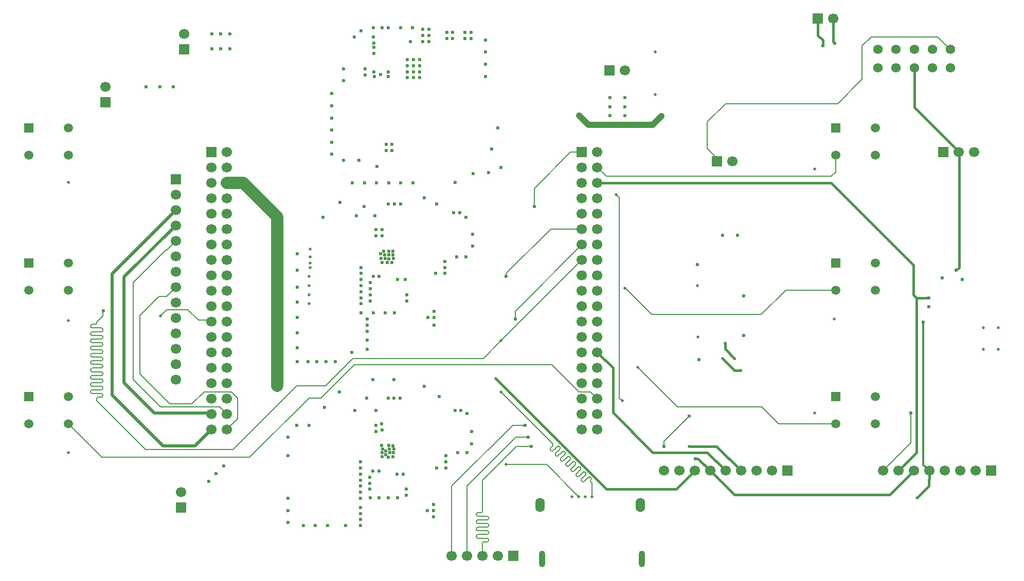
<source format=gbr>
%TF.GenerationSoftware,KiCad,Pcbnew,9.0.7*%
%TF.CreationDate,2026-02-03T11:04:19-04:00*%
%TF.ProjectId,power regulation,706f7765-7220-4726-9567-756c6174696f,1*%
%TF.SameCoordinates,Original*%
%TF.FileFunction,Copper,L4,Bot*%
%TF.FilePolarity,Positive*%
%FSLAX46Y46*%
G04 Gerber Fmt 4.6, Leading zero omitted, Abs format (unit mm)*
G04 Created by KiCad (PCBNEW 9.0.7) date 2026-02-03 11:04:19*
%MOMM*%
%LPD*%
G01*
G04 APERTURE LIST*
%TA.AperFunction,ComponentPad*%
%ADD10R,1.700000X1.700000*%
%TD*%
%TA.AperFunction,ComponentPad*%
%ADD11C,1.700000*%
%TD*%
%TA.AperFunction,ComponentPad*%
%ADD12R,1.508000X1.508000*%
%TD*%
%TA.AperFunction,ComponentPad*%
%ADD13C,1.508000*%
%TD*%
%TA.AperFunction,ComponentPad*%
%ADD14O,1.550000X2.350000*%
%TD*%
%TA.AperFunction,ComponentPad*%
%ADD15O,1.050000X2.700000*%
%TD*%
%TA.AperFunction,ComponentPad*%
%ADD16C,1.574800*%
%TD*%
%TA.AperFunction,ViaPad*%
%ADD17C,0.600000*%
%TD*%
%TA.AperFunction,ViaPad*%
%ADD18C,0.500000*%
%TD*%
%TA.AperFunction,Conductor*%
%ADD19C,0.400000*%
%TD*%
%TA.AperFunction,Conductor*%
%ADD20C,0.200000*%
%TD*%
%TA.AperFunction,Conductor*%
%ADD21C,0.300000*%
%TD*%
%TA.AperFunction,Conductor*%
%ADD22C,1.000000*%
%TD*%
%TA.AperFunction,Conductor*%
%ADD23C,2.000000*%
%TD*%
%TA.AperFunction,Conductor*%
%ADD24C,0.500000*%
%TD*%
G04 APERTURE END LIST*
D10*
%TO.P,STM_CN10,1*%
%TO.N,WAKE*%
X163862500Y-68500000D03*
D11*
%TO.P,STM_CN10,2*%
%TO.N,SD_CS*%
X166402500Y-68500000D03*
%TO.P,STM_CN10,3*%
%TO.N,N/C*%
X163862500Y-71040000D03*
%TO.P,STM_CN10,4*%
%TO.N,B4*%
X166402500Y-71040000D03*
%TO.P,STM_CN10,5*%
%TO.N,N/C*%
X163862500Y-73580000D03*
%TO.P,STM_CN10,6*%
%TO.N,RTD_CS*%
X166402500Y-73580000D03*
%TO.P,STM_CN10,7*%
%TO.N,N/C*%
X163862500Y-76120000D03*
%TO.P,STM_CN10,8*%
X166402500Y-76120000D03*
%TO.P,STM_CN10,9*%
%TO.N,GND*%
X163862500Y-78660000D03*
%TO.P,STM_CN10,10*%
%TO.N,N/C*%
X166402500Y-78660000D03*
%TO.P,STM_CN10,11*%
%TO.N,DISPL_SCK*%
X163862500Y-81200000D03*
%TO.P,STM_CN10,12*%
%TO.N,N/C*%
X166402500Y-81200000D03*
%TO.P,STM_CN10,13*%
%TO.N,TOUCH_MISO*%
X163862500Y-83740000D03*
%TO.P,STM_CN10,14*%
%TO.N,N/C*%
X166402500Y-83740000D03*
%TO.P,STM_CN10,15*%
%TO.N,DISPL_MOSI*%
X163862500Y-86280000D03*
%TO.P,STM_CN10,16*%
%TO.N,B5*%
X166402500Y-86280000D03*
%TO.P,STM_CN10,17*%
%TO.N,N/C*%
X163862500Y-88820000D03*
%TO.P,STM_CN10,18*%
X166402500Y-88820000D03*
%TO.P,STM_CN10,19*%
%TO.N,EXCIT2*%
X163862500Y-91360000D03*
%TO.P,STM_CN10,20*%
%TO.N,GND*%
X166402500Y-91360000D03*
%TO.P,STM_CN10,21*%
%TO.N,TX*%
X163862500Y-93900000D03*
%TO.P,STM_CN10,22*%
%TO.N,EXCIT1*%
X166402500Y-93900000D03*
%TO.P,STM_CN10,23*%
%TO.N,B6*%
X163862500Y-96440000D03*
%TO.P,STM_CN10,24*%
%TO.N,N/C*%
X166402500Y-96440000D03*
%TO.P,STM_CN10,25*%
X163862500Y-98980000D03*
%TO.P,STM_CN10,26*%
%TO.N,MAX_SDI*%
X166402500Y-98980000D03*
%TO.P,STM_CN10,27*%
%TO.N,N/C*%
X163862500Y-101520000D03*
%TO.P,STM_CN10,28*%
%TO.N,MAX_SDO*%
X166402500Y-101520000D03*
%TO.P,STM_CN10,29*%
%TO.N,N/C*%
X163862500Y-104060000D03*
%TO.P,STM_CN10,30*%
%TO.N,MAX_SCK*%
X166402500Y-104060000D03*
%TO.P,STM_CN10,31*%
%TO.N,N/C*%
X163862500Y-106600000D03*
%TO.P,STM_CN10,32*%
X166402500Y-106600000D03*
%TO.P,STM_CN10,33*%
%TO.N,RX*%
X163862500Y-109140000D03*
%TO.P,STM_CN10,34*%
%TO.N,B3*%
X166402500Y-109140000D03*
%TO.P,STM_CN10,35*%
%TO.N,N/C*%
X163862500Y-111680000D03*
%TO.P,STM_CN10,36*%
X166402500Y-111680000D03*
%TO.P,STM_CN10,37*%
X163862500Y-114220000D03*
%TO.P,STM_CN10,38*%
X166402500Y-114220000D03*
%TD*%
D10*
%TO.P,J1,1,Pin_1*%
%TO.N,/8V*%
X168412500Y-55000000D03*
D11*
%TO.P,J1,2,Pin_2*%
%TO.N,GND*%
X170952500Y-55000000D03*
%TD*%
D10*
%TO.P,+ Ref_Res -,1*%
%TO.N,HeaterPre*%
X202725000Y-46500000D03*
D11*
%TO.P,+ Ref_Res -,2*%
%TO.N,Heater+*%
X205265000Y-46500000D03*
%TD*%
D12*
%TO.P,PB-5,1*%
%TO.N,GND*%
X205662500Y-86750000D03*
D13*
%TO.P,PB-5,2*%
%TO.N,N/C*%
X212162500Y-86750000D03*
%TO.P,PB-5,3*%
%TO.N,B5*%
X205662500Y-91250000D03*
%TO.P,PB-5,4*%
%TO.N,N/C*%
X212162500Y-91250000D03*
%TD*%
D10*
%TO.P,RTD,1*%
%TO.N,RTD-*%
X223332500Y-68500000D03*
D11*
%TO.P,RTD,2*%
%TO.N,RTDSens*%
X225872500Y-68500000D03*
%TO.P,RTD,3*%
%TO.N,RTD+*%
X228412500Y-68500000D03*
%TD*%
D12*
%TO.P,PB-4,1*%
%TO.N,GND*%
X205662500Y-64500000D03*
D13*
%TO.P,PB-4,2*%
%TO.N,N/C*%
X212162500Y-64500000D03*
%TO.P,PB-4,3*%
%TO.N,B4*%
X205662500Y-69000000D03*
%TO.P,PB-4,4*%
%TO.N,N/C*%
X212162500Y-69000000D03*
%TD*%
D10*
%TO.P,MAX31856,1*%
%TO.N,/3.3V*%
X197660000Y-121000000D03*
D11*
%TO.P,MAX31856,2*%
%TO.N,N/C*%
X195120000Y-121000000D03*
%TO.P,MAX31856,3*%
%TO.N,GND*%
X192580000Y-121000000D03*
%TO.P,MAX31856,4*%
%TO.N,MAX_SCK*%
X190040000Y-121000000D03*
%TO.P,MAX31856,5*%
%TO.N,MAX_SDO*%
X187500000Y-121000000D03*
%TO.P,MAX31856,6*%
%TO.N,MAX_SDI*%
X184960000Y-121000000D03*
%TO.P,MAX31856,7*%
%TO.N,Therm_CS*%
X182420000Y-121000000D03*
%TO.P,MAX31856,8*%
%TO.N,N/C*%
X179880000Y-121000000D03*
%TO.P,MAX31856,9*%
%TO.N,thermDRDY*%
X177340000Y-121000000D03*
%TD*%
D12*
%TO.P,PB-6,1*%
%TO.N,GND*%
X205662500Y-108750000D03*
D13*
%TO.P,PB-6,2*%
%TO.N,N/C*%
X212162500Y-108750000D03*
%TO.P,PB-6,3*%
%TO.N,B6*%
X205662500Y-113250000D03*
%TO.P,PB-6,4*%
%TO.N,N/C*%
X212162500Y-113250000D03*
%TD*%
D14*
%TO.P,SD_Reader,G1*%
%TO.N,GND*%
X157000000Y-126650000D03*
%TO.P,SD_Reader,G2*%
X173450000Y-126650000D03*
D15*
%TO.P,SD_Reader,G3*%
X157300000Y-135550000D03*
%TO.P,SD_Reader,G4*%
X173700000Y-135550000D03*
%TD*%
D12*
%TO.P,PB-3,1*%
%TO.N,N/C*%
X72837500Y-108750000D03*
D13*
%TO.P,PB-3,2*%
%TO.N,GND*%
X79337500Y-108750000D03*
%TO.P,PB-3,3*%
%TO.N,N/C*%
X72837500Y-113250000D03*
%TO.P,PB-3,4*%
%TO.N,B3*%
X79337500Y-113250000D03*
%TD*%
D10*
%TO.P,J3,1,Pin_1*%
%TO.N,/3.3V*%
X85385000Y-60275000D03*
D11*
%TO.P,J3,2,Pin_2*%
%TO.N,GND*%
X85385000Y-57735000D03*
%TD*%
D10*
%TO.P,TFT_DISPLAY_Pinout,1*%
%TO.N,/3.3V*%
X97000000Y-72960000D03*
D11*
%TO.P,TFT_DISPLAY_Pinout,2*%
%TO.N,GND*%
X97000000Y-75500000D03*
%TO.P,TFT_DISPLAY_Pinout,3*%
%TO.N,DISPL_CS*%
X97000000Y-78040000D03*
%TO.P,TFT_DISPLAY_Pinout,4*%
%TO.N,DISPL_RST*%
X97000000Y-80580000D03*
%TO.P,TFT_DISPLAY_Pinout,5*%
%TO.N,DISPL_DC*%
X97000000Y-83120000D03*
%TO.P,TFT_DISPLAY_Pinout,6*%
%TO.N,DISPL_MOSI*%
X97000000Y-85660000D03*
%TO.P,TFT_DISPLAY_Pinout,7*%
%TO.N,DISPL_SCK*%
X97000000Y-88200000D03*
%TO.P,TFT_DISPLAY_Pinout,8*%
%TO.N,DISPL_LED*%
X97000000Y-90740000D03*
%TO.P,TFT_DISPLAY_Pinout,9*%
%TO.N,N/C*%
X97000000Y-93280000D03*
%TO.P,TFT_DISPLAY_Pinout,10*%
%TO.N,DISPL_SCK*%
X97000000Y-95820000D03*
%TO.P,TFT_DISPLAY_Pinout,11*%
%TO.N,N/C*%
X97000000Y-98360000D03*
%TO.P,TFT_DISPLAY_Pinout,12*%
X97000000Y-100900000D03*
%TO.P,TFT_DISPLAY_Pinout,13*%
%TO.N,TOUCH_MISO*%
X97000000Y-103440000D03*
%TO.P,TFT_DISPLAY_Pinout,14*%
%TO.N,N/C*%
X97000000Y-105980000D03*
%TD*%
D10*
%TO.P,MAX31865,1*%
%TO.N,/3.3V*%
X231200000Y-121000000D03*
D11*
%TO.P,MAX31865,2*%
%TO.N,GND*%
X228660000Y-121000000D03*
%TO.P,MAX31865,3*%
%TO.N,N/C*%
X226120000Y-121000000D03*
%TO.P,MAX31865,4*%
%TO.N,MAX_SCK*%
X223580000Y-121000000D03*
%TO.P,MAX31865,5*%
%TO.N,MAX_SDO*%
X221040000Y-121000000D03*
%TO.P,MAX31865,6*%
%TO.N,MAX_SDI*%
X218500000Y-121000000D03*
%TO.P,MAX31865,7*%
%TO.N,RTD_CS*%
X215960000Y-121000000D03*
%TO.P,MAX31865,8*%
%TO.N,RTDDRDY*%
X213420000Y-121000000D03*
%TD*%
D10*
%TO.P,J2,1,Pin_1*%
%TO.N,/5V*%
X97912500Y-127040000D03*
D11*
%TO.P,J2,2,Pin_2*%
%TO.N,GND*%
X97912500Y-124500000D03*
%TD*%
D12*
%TO.P,PB-1,1*%
%TO.N,N/C*%
X72837500Y-64500000D03*
D13*
%TO.P,PB-1,2*%
%TO.N,GND*%
X79337500Y-64500000D03*
%TO.P,PB-1,3*%
%TO.N,N/C*%
X72837500Y-69000000D03*
%TO.P,PB-1,4*%
%TO.N,B1*%
X79337500Y-69000000D03*
%TD*%
D16*
%TO.P,Connector,1*%
%TO.N,Heater+*%
X212572902Y-51564301D03*
%TO.P,Connector,2*%
%TO.N,GND*%
X215572901Y-51564301D03*
%TO.P,Connector,3*%
%TO.N,Thermocouple-*%
X218572900Y-51564301D03*
%TO.P,Connector,4*%
%TO.N,N/C*%
X221572899Y-51564301D03*
%TO.P,Connector,5*%
%TO.N,Thermocouple+*%
X224572898Y-51564301D03*
%TO.P,Connector,6*%
%TO.N,RTD-*%
X212572902Y-54564300D03*
%TO.P,Connector,7*%
%TO.N,RTD+*%
X215572901Y-54564300D03*
%TO.P,Connector,8*%
%TO.N,RTDSens*%
X218572900Y-54564300D03*
%TO.P,Connector,9*%
%TO.N,GND*%
X221572899Y-54564300D03*
%TO.P,Connector,10*%
%TO.N,N/C*%
X224572898Y-54564300D03*
%TD*%
D10*
%TO.P,GPS_Pinout,1*%
%TO.N,/3.3V*%
X152580000Y-135000000D03*
D11*
%TO.P,GPS_Pinout,2*%
%TO.N,GND*%
X150040000Y-135000000D03*
%TO.P,GPS_Pinout,3*%
%TO.N,RX*%
X147500000Y-135000000D03*
%TO.P,GPS_Pinout,4*%
%TO.N,TX*%
X144960000Y-135000000D03*
%TO.P,GPS_Pinout,5*%
%TO.N,WAKE*%
X142420000Y-135000000D03*
%TD*%
D10*
%TO.P,Thermocouple,1*%
%TO.N,Thermocouple+*%
X186087500Y-70000000D03*
D11*
%TO.P,Thermocouple,2*%
%TO.N,Thermocouple-*%
X188627500Y-70000000D03*
%TD*%
D12*
%TO.P,PB-2,1*%
%TO.N,N/C*%
X72837500Y-86750000D03*
D13*
%TO.P,PB-2,2*%
%TO.N,GND*%
X79337500Y-86750000D03*
%TO.P,PB-2,3*%
%TO.N,N/C*%
X72837500Y-91250000D03*
%TO.P,PB-2,4*%
%TO.N,B2*%
X79337500Y-91250000D03*
%TD*%
D10*
%TO.P,J1,1,Pin_1*%
%TO.N,/Pin*%
X98412500Y-51540000D03*
D11*
%TO.P,J1,2,Pin_2*%
%TO.N,GND*%
X98412500Y-49000000D03*
%TD*%
D10*
%TO.P,STM_CN7,1*%
%TO.N,N/C*%
X102862500Y-68500000D03*
D11*
%TO.P,STM_CN7,2*%
X105402500Y-68500000D03*
%TO.P,STM_CN7,3*%
X102862500Y-71040000D03*
%TO.P,STM_CN7,4*%
%TO.N,B1*%
X105402500Y-71040000D03*
%TO.P,STM_CN7,5*%
%TO.N,N/C*%
X102862500Y-73580000D03*
%TO.P,STM_CN7,6*%
%TO.N,/5V*%
X105402500Y-73580000D03*
%TO.P,STM_CN7,7*%
%TO.N,N/C*%
X102862500Y-76120000D03*
%TO.P,STM_CN7,8*%
X105402500Y-76120000D03*
%TO.P,STM_CN7,9*%
X102862500Y-78660000D03*
%TO.P,STM_CN7,10*%
X105402500Y-78660000D03*
%TO.P,STM_CN7,11*%
X102862500Y-81200000D03*
%TO.P,STM_CN7,12*%
X105402500Y-81200000D03*
%TO.P,STM_CN7,13*%
X102862500Y-83740000D03*
%TO.P,STM_CN7,14*%
X105402500Y-83740000D03*
%TO.P,STM_CN7,15*%
X102862500Y-86280000D03*
%TO.P,STM_CN7,16*%
X105402500Y-86280000D03*
%TO.P,STM_CN7,17*%
X102862500Y-88820000D03*
%TO.P,STM_CN7,18*%
X105402500Y-88820000D03*
%TO.P,STM_CN7,19*%
X102862500Y-91360000D03*
%TO.P,STM_CN7,20*%
X105402500Y-91360000D03*
%TO.P,STM_CN7,21*%
X102862500Y-93900000D03*
%TO.P,STM_CN7,22*%
%TO.N,GND*%
X105402500Y-93900000D03*
%TO.P,STM_CN7,23*%
%TO.N,B2*%
X102862500Y-96440000D03*
%TO.P,STM_CN7,24*%
%TO.N,N/C*%
X105402500Y-96440000D03*
%TO.P,STM_CN7,25*%
X102862500Y-98980000D03*
%TO.P,STM_CN7,26*%
X105402500Y-98980000D03*
%TO.P,STM_CN7,27*%
X102862500Y-101520000D03*
%TO.P,STM_CN7,28*%
X105402500Y-101520000D03*
%TO.P,STM_CN7,29*%
X102862500Y-104060000D03*
%TO.P,STM_CN7,30*%
X105402500Y-104060000D03*
%TO.P,STM_CN7,31*%
X102862500Y-106600000D03*
%TO.P,STM_CN7,32*%
%TO.N,Therm_CS*%
X105402500Y-106600000D03*
%TO.P,STM_CN7,33*%
%TO.N,N/C*%
X102862500Y-109140000D03*
%TO.P,STM_CN7,34*%
X105402500Y-109140000D03*
%TO.P,STM_CN7,35*%
%TO.N,DISPL_RST*%
X102862500Y-111680000D03*
%TO.P,STM_CN7,36*%
%TO.N,DISPL_DC*%
X105402500Y-111680000D03*
%TO.P,STM_CN7,37*%
%TO.N,DISPL_CS*%
X102862500Y-114220000D03*
%TO.P,STM_CN7,38*%
%TO.N,DISPL_LED*%
X105402500Y-114220000D03*
%TD*%
D17*
%TO.N,GND*%
X129000000Y-125500000D03*
X130500000Y-125500000D03*
X132000000Y-125500000D03*
X148000000Y-50000000D03*
X148000000Y-52000000D03*
X148000000Y-54000000D03*
X128500000Y-96000000D03*
%TO.N,/Pin*%
X129500000Y-49500000D03*
%TO.N,GND*%
X120000000Y-130000000D03*
X123959500Y-108057500D03*
X132061226Y-85459968D03*
X128500000Y-97000000D03*
X126412500Y-49500000D03*
X132167190Y-117446624D03*
X127500000Y-88500000D03*
X132000000Y-77000000D03*
X129662500Y-55250000D03*
X148000000Y-56000000D03*
X137162500Y-56250000D03*
X102912500Y-49000000D03*
X141615500Y-49750000D03*
X117000000Y-100750000D03*
X130747633Y-85246027D03*
X139500000Y-97000000D03*
X127500000Y-48500000D03*
X132957606Y-117442802D03*
X115500000Y-129557500D03*
X104912500Y-120250000D03*
X128063000Y-73605000D03*
X145912500Y-84000000D03*
X132615500Y-67250000D03*
X127459500Y-123557500D03*
X223200000Y-89227050D03*
X187012500Y-82230000D03*
X115500000Y-125557500D03*
X128500000Y-98000000D03*
X130162500Y-70855000D03*
X126750000Y-79000000D03*
X133000000Y-77000000D03*
X96635000Y-57735000D03*
X139797000Y-88500000D03*
X145709500Y-116562500D03*
X127459500Y-129057500D03*
X135162500Y-55250000D03*
X135000000Y-93000000D03*
X149000000Y-68000000D03*
X127459500Y-122557500D03*
X142750000Y-78500000D03*
X130952355Y-86704946D03*
X127459500Y-120557500D03*
X189512500Y-82230000D03*
X134959500Y-125057500D03*
X130918209Y-116840815D03*
X136162500Y-54250000D03*
X137912500Y-76000000D03*
X127500000Y-92500000D03*
X139959500Y-120557500D03*
X129736680Y-56005963D03*
X115500000Y-118557500D03*
X138662500Y-49250000D03*
X145615500Y-48750000D03*
X144959500Y-111557500D03*
X124000000Y-76750000D03*
X131500000Y-86000000D03*
X131038303Y-117451962D03*
X143750000Y-78500000D03*
X136162500Y-55250000D03*
X92135000Y-57735000D03*
X117000000Y-98250000D03*
X226500000Y-89500000D03*
X130709499Y-55697800D03*
X138662500Y-48250000D03*
X132062500Y-84815462D03*
X132217897Y-118028415D03*
X118000000Y-130000000D03*
X134000000Y-77000000D03*
X135662500Y-50250000D03*
X170952500Y-62500000D03*
X129959500Y-111057500D03*
X143959500Y-111057500D03*
X115500000Y-127557500D03*
X132747517Y-85419134D03*
X137662500Y-49250000D03*
X136063000Y-73605000D03*
X127459500Y-121557500D03*
X127500000Y-90500000D03*
X143000000Y-73500000D03*
X132959500Y-109057500D03*
D18*
X175912500Y-59000000D03*
D17*
X136162500Y-53250000D03*
X127459500Y-128057500D03*
X134063000Y-73605000D03*
X142959500Y-111057500D03*
X138500000Y-95750000D03*
X127500000Y-95000000D03*
X146000000Y-72000000D03*
X133500000Y-125500000D03*
X144750000Y-85750000D03*
X131500000Y-95000000D03*
X128162500Y-55750000D03*
X132823706Y-118039090D03*
X141615500Y-48750000D03*
X132912500Y-106000000D03*
X221000000Y-94000000D03*
X132081242Y-86064443D03*
X103662500Y-121500000D03*
X132012000Y-56000000D03*
X131615500Y-67250000D03*
X133459500Y-121557500D03*
X115500000Y-115500000D03*
X122662500Y-58855000D03*
X118959500Y-113557500D03*
X132797800Y-86027145D03*
X137162500Y-53250000D03*
X135162500Y-53250000D03*
X143459500Y-118057500D03*
X127162500Y-69855000D03*
X137662500Y-50250000D03*
X127459500Y-127057500D03*
X124662500Y-56750000D03*
X131951020Y-118778337D03*
X131849059Y-86660912D03*
X127459500Y-119557500D03*
X190512500Y-98730000D03*
X132794350Y-118719624D03*
X132012000Y-55250000D03*
X123250000Y-103000000D03*
X141459500Y-120557500D03*
X144750000Y-79250000D03*
X105912500Y-49000000D03*
X139912500Y-77000000D03*
X117000000Y-93250000D03*
X170952500Y-59500000D03*
X131598744Y-117766876D03*
X145912500Y-82000000D03*
X131615500Y-68250000D03*
X127500000Y-89500000D03*
X134459500Y-121557500D03*
X117000000Y-85250000D03*
X130959500Y-118057500D03*
X144615500Y-49750000D03*
X130820251Y-86020408D03*
X130063000Y-73605000D03*
X141297000Y-88500000D03*
X133500000Y-89500000D03*
X132079121Y-116870171D03*
X132063000Y-73605000D03*
X136162500Y-56250000D03*
X121459500Y-110557500D03*
X127459500Y-124557500D03*
X122662500Y-60855000D03*
X126000000Y-101500000D03*
X128162500Y-54750000D03*
X132727631Y-116918209D03*
X127459500Y-125557500D03*
X139500000Y-95750000D03*
X128000000Y-77500000D03*
X140412500Y-108750000D03*
X128500000Y-101000000D03*
X134000000Y-48000000D03*
X124662500Y-54750000D03*
X117000000Y-103000000D03*
X145709500Y-114562500D03*
X144615500Y-48750000D03*
X122000000Y-130000000D03*
X133959500Y-109057500D03*
X122662500Y-62855000D03*
X134750000Y-89500000D03*
X94385000Y-57735000D03*
X132615500Y-68250000D03*
X144959500Y-118057500D03*
X137959500Y-107057500D03*
X143250000Y-85750000D03*
X126063000Y-73605000D03*
X128459500Y-109057500D03*
X125000000Y-130000000D03*
X117000000Y-88000000D03*
X118750000Y-103000000D03*
X142615500Y-49750000D03*
X170952500Y-61000000D03*
X137662500Y-48250000D03*
X127500000Y-87500000D03*
X128500000Y-99500000D03*
X133000000Y-95000000D03*
X141297000Y-87500000D03*
X117000000Y-95750000D03*
X116959500Y-113557500D03*
X138459500Y-127557500D03*
D18*
X232412500Y-101000000D03*
D17*
X150500000Y-71000000D03*
X135162500Y-56250000D03*
X117000000Y-90750000D03*
X131404710Y-85423940D03*
X135162500Y-54250000D03*
X138662500Y-50250000D03*
X129750000Y-79000000D03*
X134959500Y-124057500D03*
X139500000Y-94750000D03*
X126459500Y-111057500D03*
X102412500Y-122750000D03*
X132586825Y-86694597D03*
X121750000Y-103000000D03*
X131239221Y-84842142D03*
X137162500Y-54250000D03*
X137162500Y-55250000D03*
X141459500Y-118557500D03*
X127500000Y-91500000D03*
X142615500Y-48750000D03*
D18*
X162250000Y-125300000D03*
D17*
X139459500Y-127557500D03*
X122662500Y-66855000D03*
X141459500Y-119557500D03*
X131959500Y-109057500D03*
X130990266Y-118714287D03*
X136000000Y-48000000D03*
X141297000Y-86500000D03*
D18*
X175912500Y-52000000D03*
D17*
X150000000Y-64500000D03*
X121250000Y-79250000D03*
D18*
X229912500Y-101000000D03*
D17*
X145615500Y-49750000D03*
X127500000Y-93500000D03*
X104412500Y-49000000D03*
X127459500Y-130057500D03*
X129500000Y-95000000D03*
X122662500Y-64855000D03*
X182912500Y-87000000D03*
X124662500Y-69855000D03*
X132773786Y-84815462D03*
X131556044Y-118327316D03*
X122662500Y-68855000D03*
X139459500Y-126557500D03*
X135000000Y-92000000D03*
X139459500Y-128557500D03*
X183100000Y-102730000D03*
X120250000Y-103000000D03*
X129412500Y-106000000D03*
X190512500Y-92230000D03*
X148500000Y-71855000D03*
%TO.N,RTDSens*%
X225500000Y-88000000D03*
%TO.N,Heater+*%
X205500000Y-50500000D03*
D18*
%TO.N,MAX_SCK*%
X190000000Y-104500000D03*
X187000000Y-102500000D03*
X181500000Y-117000000D03*
%TO.N,MAX_SDO*%
X219000000Y-125500000D03*
X189000000Y-102500000D03*
D17*
X220051000Y-96500000D03*
D18*
X187412500Y-100000000D03*
D17*
%TO.N,MAX_SDI*%
X182500000Y-119000000D03*
D18*
%TO.N,MOSFETGait1*%
X176912500Y-62566800D03*
X163412500Y-62500000D03*
%TO.N,Therm_CS*%
X149706250Y-105793750D03*
D17*
%TO.N,RTD_CS*%
X221000000Y-92500000D03*
%TO.N,/Pin*%
X129959500Y-114557500D03*
X102912500Y-51500000D03*
%TO.N,GND*%
X131000000Y-48000000D03*
%TO.N,/Pin*%
X129000000Y-91000000D03*
X131000000Y-81250000D03*
X128959500Y-124057500D03*
X104412500Y-51500000D03*
X130912500Y-113250000D03*
X105872500Y-51500000D03*
%TO.N,GND*%
X132000000Y-48000000D03*
%TO.N,/Pin*%
X129662500Y-52250000D03*
X131000000Y-82250000D03*
X130959500Y-114250000D03*
X130000000Y-81250000D03*
X130000000Y-82250000D03*
X130459500Y-121057500D03*
X129500000Y-89000000D03*
%TO.N,GND*%
X129500000Y-48000000D03*
%TO.N,/Pin*%
X129000000Y-90000000D03*
X129959500Y-113557500D03*
X129662500Y-51250000D03*
X129459500Y-121057500D03*
X128959500Y-123057500D03*
X129000000Y-92000000D03*
X129662500Y-50500000D03*
X128959500Y-122057500D03*
X129000000Y-93000000D03*
X130500000Y-89000000D03*
D18*
%TO.N,/5V*%
X113662500Y-106250000D03*
X113662500Y-105500000D03*
X113662500Y-107000000D03*
%TO.N,/3.3V*%
X79337500Y-73500000D03*
X164450000Y-125300000D03*
X119162500Y-85750000D03*
X232412500Y-97462500D03*
X118912500Y-89000000D03*
X202162500Y-111500000D03*
X119162500Y-87500000D03*
X119162500Y-86750000D03*
X118912500Y-93500000D03*
X79337500Y-118000000D03*
X79337500Y-96250000D03*
X205412500Y-96000000D03*
X118912500Y-92000000D03*
X229912500Y-97462500D03*
X119162500Y-84500000D03*
X202162500Y-71250000D03*
X183000000Y-98962500D03*
X182912500Y-90537500D03*
X118912500Y-90500000D03*
D17*
%TO.N,/8V*%
X168452500Y-62460000D03*
X168452500Y-61000000D03*
X168452500Y-59500000D03*
D18*
%TO.N,DISPL_MOSI*%
X165550000Y-125300000D03*
D17*
X85125000Y-94625000D03*
D18*
X150571250Y-99571250D03*
X150500000Y-108000000D03*
%TO.N,DISPL_SCK*%
X163350000Y-125300000D03*
X151412500Y-120000000D03*
D17*
X151412500Y-89000000D03*
%TO.N,TOUCH_MISO*%
X152912500Y-96000000D03*
%TO.N,WAKE*%
X154512500Y-113500000D03*
X156000000Y-77500000D03*
D18*
%TO.N,B5*%
X170962500Y-90938750D03*
%TO.N,B6*%
X173025130Y-103974870D03*
D17*
%TO.N,RX*%
X155500000Y-117000000D03*
D18*
%TO.N,B2*%
X94500000Y-95500000D03*
D17*
%TO.N,TX*%
X155000000Y-115500000D03*
D18*
%TO.N,SD_CS*%
X170500000Y-109500000D03*
X169500000Y-75500000D03*
D17*
%TO.N,HeaterPre*%
X203500000Y-51000000D03*
%TO.N,thermDRDY*%
X177340000Y-117000000D03*
X181500000Y-112000000D03*
%TO.N,RTDDRDY*%
X218000000Y-111500000D03*
%TD*%
D19*
%TO.N,RTDSens*%
X225500000Y-88000000D02*
X226000000Y-87500000D01*
X225682500Y-68270000D02*
X218572900Y-61160400D01*
X218572900Y-61160400D02*
X218572900Y-54564300D01*
X225682500Y-68310000D02*
X225682500Y-68270000D01*
X226000000Y-68627500D02*
X225682500Y-68310000D01*
X226000000Y-87500000D02*
X226000000Y-68627500D01*
%TO.N,Heater+*%
X205500000Y-50500000D02*
X205265000Y-50265000D01*
X205265000Y-50265000D02*
X205265000Y-46500000D01*
D20*
%TO.N,Thermocouple+*%
X213761265Y-49500000D02*
X211500000Y-49500000D01*
X211500000Y-49500000D02*
X210000000Y-51000000D01*
X213780564Y-49519299D02*
X213761265Y-49500000D01*
X224476801Y-51564301D02*
X222431799Y-49519299D01*
X186087500Y-69500000D02*
X186087500Y-70000000D01*
X221480564Y-49519299D02*
X221461265Y-49500000D01*
X184500000Y-67912500D02*
X186087500Y-69500000D01*
X221461265Y-49500000D02*
X215684535Y-49500000D01*
X222431799Y-49519299D02*
X221480564Y-49519299D01*
X210000000Y-56500000D02*
X206000000Y-60500000D01*
X224572898Y-51564301D02*
X224476801Y-51564301D01*
X215665236Y-49519299D02*
X213780564Y-49519299D01*
X210000000Y-51000000D02*
X210000000Y-56500000D01*
X184500000Y-63500000D02*
X184500000Y-67912500D01*
X215684535Y-49500000D02*
X215665236Y-49519299D01*
X187500000Y-60500000D02*
X184500000Y-63500000D01*
X206000000Y-60500000D02*
X187500000Y-60500000D01*
D19*
%TO.N,MAX_SCK*%
X181500000Y-117000000D02*
X186040000Y-117000000D01*
X186040000Y-117000000D02*
X190040000Y-121000000D01*
X189000000Y-104500000D02*
X187000000Y-102500000D01*
X190000000Y-104500000D02*
X189000000Y-104500000D01*
%TO.N,MAX_SDO*%
X175500000Y-118000000D02*
X184500000Y-118000000D01*
X168949000Y-104066500D02*
X168949000Y-111449000D01*
X187412500Y-100912500D02*
X189000000Y-102500000D01*
X166402500Y-101520000D02*
X168949000Y-104066500D01*
X184500000Y-118000000D02*
X187500000Y-121000000D01*
D21*
X220051000Y-96500000D02*
X220051000Y-120011000D01*
D19*
X221000000Y-122500000D02*
X221040000Y-122460000D01*
X168949000Y-111449000D02*
X175500000Y-118000000D01*
X221000000Y-123500000D02*
X221000000Y-122500000D01*
X219000000Y-125500000D02*
X221000000Y-123500000D01*
D21*
X220051000Y-120011000D02*
X221040000Y-121000000D01*
D19*
X221040000Y-122460000D02*
X221040000Y-121000000D01*
X187412500Y-100000000D02*
X187412500Y-100912500D01*
%TO.N,MAX_SDI*%
X182500000Y-119000000D02*
X182540000Y-119040000D01*
X184960000Y-121000000D02*
X188960000Y-125000000D01*
X188960000Y-125000000D02*
X214500000Y-125000000D01*
X183000000Y-119040000D02*
X184960000Y-121000000D01*
X214500000Y-125000000D02*
X218500000Y-121000000D01*
X182540000Y-119040000D02*
X183000000Y-119040000D01*
D22*
%TO.N,MOSFETGait1*%
X164912500Y-64000000D02*
X163412500Y-62500000D01*
X176912500Y-62566800D02*
X175479300Y-64000000D01*
X175479300Y-64000000D02*
X164912500Y-64000000D01*
D19*
%TO.N,Therm_CS*%
X167912500Y-124000000D02*
X179420000Y-124000000D01*
X149706250Y-105793750D02*
X167912500Y-124000000D01*
X179420000Y-124000000D02*
X182420000Y-121000000D01*
%TO.N,RTD_CS*%
X218912500Y-92500000D02*
X218912500Y-118047500D01*
X218412500Y-92000000D02*
X218912500Y-92500000D01*
X218412500Y-92000000D02*
X218412500Y-87079346D01*
X218912500Y-118047500D02*
X215960000Y-121000000D01*
X204913154Y-73580000D02*
X166402500Y-73580000D01*
X218412500Y-87079346D02*
X204913154Y-73580000D01*
X218912500Y-92500000D02*
X221000000Y-92500000D01*
D23*
%TO.N,/5V*%
X108080000Y-73580000D02*
X105402500Y-73580000D01*
X113662500Y-106250000D02*
X113662500Y-105500000D01*
X113662500Y-107000000D02*
X113662500Y-106250000D01*
X113662500Y-79162500D02*
X108080000Y-73580000D01*
X113662500Y-105500000D02*
X113662500Y-79162500D01*
D24*
%TO.N,DISPL_CS*%
X94949000Y-116949000D02*
X100133500Y-116949000D01*
X86500000Y-108500000D02*
X94949000Y-116949000D01*
X86500000Y-88540000D02*
X86500000Y-108500000D01*
X100133500Y-116949000D02*
X102862500Y-114220000D01*
X97000000Y-78040000D02*
X86500000Y-88540000D01*
D20*
%TO.N,DISPL_DC*%
X95340000Y-84660000D02*
X90000000Y-90000000D01*
X90000000Y-90000000D02*
X90000000Y-106000000D01*
X90000000Y-106000000D02*
X94500000Y-110500000D01*
X94500000Y-110500000D02*
X104222500Y-110500000D01*
X97000000Y-83120000D02*
X95460000Y-84660000D01*
X95460000Y-84660000D02*
X95340000Y-84660000D01*
X104222500Y-110500000D02*
X105402500Y-111680000D01*
%TO.N,DISPL_MOSI*%
X164062170Y-121243971D02*
X163903070Y-121403070D01*
X84760000Y-106483531D02*
X84000000Y-106483531D01*
X162630271Y-120130270D02*
X162630270Y-120130270D01*
X158783592Y-117697806D02*
X158698739Y-117612953D01*
X84760000Y-100483531D02*
X84000000Y-100483531D01*
X159547272Y-118122074D02*
X160084672Y-117584671D01*
X84000000Y-105283531D02*
X83240000Y-105283531D01*
X126128950Y-102500000D02*
X147642500Y-102500000D01*
X164327336Y-121827336D02*
X164486435Y-121668236D01*
X162941404Y-121516206D02*
X163478804Y-120978803D01*
X85000000Y-107323531D02*
X85000000Y-107443531D01*
X160084671Y-117584671D02*
X160243770Y-117425571D01*
X162630270Y-120130270D02*
X162789369Y-119971170D01*
X158698739Y-117273541D02*
X159066433Y-116905844D01*
X84000000Y-108283531D02*
X84240000Y-108283531D01*
X160668038Y-117849839D02*
X160508938Y-118008938D01*
X106412500Y-117500000D02*
X116912500Y-107000000D01*
X163637902Y-120501505D02*
X163531835Y-120395438D01*
X85000000Y-108523531D02*
X85000000Y-108643531D01*
X121628950Y-107000000D02*
X126128950Y-102500000D01*
X85000000Y-102523531D02*
X85000000Y-102643531D01*
X160084672Y-117584671D02*
X160084671Y-117584671D01*
X83240000Y-107083531D02*
X84000000Y-107083531D01*
X161781737Y-119281737D02*
X161940836Y-119122637D01*
X84760000Y-99283531D02*
X84000000Y-99283531D01*
X83240000Y-98683531D02*
X84000000Y-98683531D01*
X84000000Y-99283531D02*
X83240000Y-99283531D01*
X83000000Y-97123531D02*
X83000000Y-97243531D01*
X85000000Y-94750000D02*
X85000000Y-95500000D01*
X92000000Y-117500000D02*
X106412500Y-117500000D01*
X84760000Y-98083531D02*
X84000000Y-98083531D01*
X83000000Y-107923531D02*
X83000000Y-108043531D01*
X160243770Y-117107373D02*
X160137703Y-117001306D01*
X162365104Y-119546905D02*
X162206004Y-119706004D01*
X163478804Y-120978803D02*
X163478803Y-120978803D01*
X164751603Y-122251603D02*
X164214200Y-122789003D01*
X159632125Y-118546339D02*
X159547272Y-118461486D01*
X162789369Y-119652972D02*
X162683302Y-119546905D01*
X161092303Y-117955906D02*
X160986236Y-117849839D01*
X83240000Y-99883531D02*
X84000000Y-99883531D01*
X83000000Y-106723531D02*
X83000000Y-106843531D01*
X164751604Y-122251603D02*
X164751603Y-122251603D01*
X161940836Y-118804439D02*
X161834769Y-118698372D01*
X83240000Y-103483531D02*
X84000000Y-103483531D01*
X161357471Y-118857471D02*
X160820068Y-119394871D01*
X85000000Y-104923531D02*
X85000000Y-105043531D01*
X84000000Y-96500000D02*
X84000000Y-96643531D01*
X163789937Y-122364739D02*
X164327337Y-121827336D01*
X160933204Y-118433204D02*
X161092303Y-118274104D01*
X84000000Y-102283531D02*
X84760000Y-102283531D01*
X158981582Y-116481582D02*
X158642336Y-116142336D01*
X84000000Y-99883531D02*
X84760000Y-99883531D01*
X84000000Y-109123531D02*
X84000000Y-109243531D01*
X85000000Y-103723531D02*
X85000000Y-103843531D01*
X84000000Y-107683531D02*
X83240000Y-107683531D01*
X84240000Y-108283531D02*
X84760000Y-108283531D01*
X163054537Y-120554537D02*
X162517134Y-121091937D01*
X84000000Y-109500000D02*
X92000000Y-117500000D01*
X162177724Y-121091938D02*
X162092871Y-121007085D01*
X84000000Y-98083531D02*
X83240000Y-98083531D01*
X85000000Y-97723531D02*
X85000000Y-97843531D01*
X83240000Y-104683531D02*
X84000000Y-104683531D01*
X84000000Y-107083531D02*
X84760000Y-107083531D01*
X85000000Y-98923531D02*
X85000000Y-99043531D01*
X165550000Y-125300000D02*
X165550000Y-123050000D01*
X160933205Y-118433204D02*
X160933204Y-118433204D01*
X85125000Y-94625000D02*
X85000000Y-94750000D01*
X83000000Y-99523531D02*
X83000000Y-99643531D01*
X84760000Y-101683531D02*
X84000000Y-101683531D01*
X83000000Y-98323531D02*
X83000000Y-98443531D01*
X116912500Y-107000000D02*
X121628950Y-107000000D01*
X160508938Y-118008938D02*
X159971535Y-118546338D01*
X83000000Y-101923531D02*
X83000000Y-102043531D01*
X84000000Y-106483531D02*
X83240000Y-106483531D01*
X162206004Y-119706004D02*
X161668601Y-120243404D01*
X85000000Y-101323531D02*
X85000000Y-101443531D01*
X163213637Y-120395438D02*
X163054537Y-120554537D01*
X84000000Y-101683531D02*
X83240000Y-101683531D01*
X84000000Y-109243531D02*
X84000000Y-109500000D01*
X159660405Y-117160405D02*
X159490698Y-117330109D01*
X159819505Y-117001306D02*
X159660405Y-117160405D01*
X160480658Y-119394872D02*
X160395805Y-119310019D01*
X84000000Y-102883531D02*
X83240000Y-102883531D01*
X83000000Y-105523531D02*
X83000000Y-105643531D01*
X85000000Y-95500000D02*
X84000000Y-96500000D01*
X161329191Y-120243405D02*
X161244338Y-120158552D01*
X163478803Y-120978803D02*
X163637902Y-120819703D01*
X85000000Y-106123531D02*
X85000000Y-106243531D01*
X158642336Y-116142336D02*
X150500000Y-108000000D01*
X164486435Y-121350038D02*
X164380368Y-121243971D01*
X83000000Y-103123531D02*
X83000000Y-103243531D01*
X161244338Y-119819140D02*
X161781738Y-119281737D01*
X159066434Y-116566434D02*
X158981582Y-116481582D01*
X84760000Y-107683531D02*
X84000000Y-107683531D01*
X84000000Y-103483531D02*
X84760000Y-103483531D01*
X84760000Y-108883531D02*
X84240000Y-108883531D01*
X84000000Y-105883531D02*
X84760000Y-105883531D01*
X164910704Y-122092504D02*
X164751604Y-122251603D01*
X84000000Y-100483531D02*
X83240000Y-100483531D01*
X84760000Y-104083531D02*
X84000000Y-104083531D01*
X83240000Y-102283531D02*
X84000000Y-102283531D01*
X165550000Y-123050000D02*
X165334969Y-122834969D01*
X147642500Y-102500000D02*
X150571250Y-99571250D01*
X85000000Y-100123531D02*
X85000000Y-100243531D01*
X84000000Y-101083531D02*
X84760000Y-101083531D01*
X84000000Y-97483531D02*
X84760000Y-97483531D01*
X83240000Y-108283531D02*
X84000000Y-108283531D01*
X163874790Y-122789004D02*
X163789937Y-122704151D01*
X83000000Y-100723531D02*
X83000000Y-100843531D01*
X84000000Y-104083531D02*
X83240000Y-104083531D01*
X84000000Y-98683531D02*
X84760000Y-98683531D01*
X83240000Y-101083531D02*
X84000000Y-101083531D01*
X83000000Y-104323531D02*
X83000000Y-104443531D01*
X83240000Y-105883531D02*
X84000000Y-105883531D01*
X160395805Y-118970607D02*
X160933205Y-118433204D01*
X83760000Y-97483531D02*
X84000000Y-97483531D01*
X84760000Y-105283531D02*
X84000000Y-105283531D01*
X163026257Y-121940471D02*
X162941404Y-121855618D01*
X163903070Y-121403070D02*
X163365667Y-121940470D01*
X165334969Y-122198571D02*
X165228902Y-122092504D01*
X164327337Y-121827336D02*
X164327336Y-121827336D01*
X162092871Y-120667673D02*
X162630271Y-120130270D01*
X83240000Y-97483531D02*
X83760000Y-97483531D01*
X161781738Y-119281737D02*
X161781737Y-119281737D01*
X150571250Y-99571250D02*
X163862500Y-86280000D01*
X84760000Y-102883531D02*
X84000000Y-102883531D01*
X84000000Y-104683531D02*
X84760000Y-104683531D01*
X159490698Y-117330109D02*
X159123002Y-117697805D01*
X83760000Y-96883531D02*
X83240000Y-96883531D01*
X161516571Y-118698372D02*
X161357471Y-118857471D01*
X85000000Y-97843531D02*
G75*
G02*
X84760000Y-98083500I-240000J31D01*
G01*
X83240000Y-105283531D02*
G75*
G03*
X83000031Y-105523531I0J-239969D01*
G01*
X159547272Y-118461486D02*
G75*
G02*
X159547292Y-118122094I169728J169686D01*
G01*
X165228902Y-122092504D02*
G75*
G03*
X164910704Y-122092504I-159099J-159099D01*
G01*
X83000000Y-106843531D02*
G75*
G03*
X83240000Y-107083500I240000J31D01*
G01*
X161834769Y-118698372D02*
G75*
G03*
X161516571Y-118698372I-159099J-159099D01*
G01*
X164486435Y-121668236D02*
G75*
G03*
X164486472Y-121350001I-159135J159136D01*
G01*
X83240000Y-101683531D02*
G75*
G03*
X83000031Y-101923531I0J-239969D01*
G01*
X162683302Y-119546905D02*
G75*
G03*
X162365104Y-119546905I-159099J-159099D01*
G01*
X84760000Y-104683531D02*
G75*
G02*
X84999969Y-104923531I0J-239969D01*
G01*
X160243770Y-117425571D02*
G75*
G03*
X160243742Y-117107401I-159070J159071D01*
G01*
X83000000Y-100843531D02*
G75*
G03*
X83240000Y-101083500I240000J31D01*
G01*
X85000000Y-108643531D02*
G75*
G02*
X84760000Y-108883500I-240000J31D01*
G01*
X83000000Y-104443531D02*
G75*
G03*
X83240000Y-104683500I240000J31D01*
G01*
X83240000Y-99283531D02*
G75*
G03*
X83000031Y-99523531I0J-239969D01*
G01*
X164380368Y-121243971D02*
G75*
G03*
X164062170Y-121243971I-159099J-159099D01*
G01*
X158698739Y-117612953D02*
G75*
G02*
X158698692Y-117273494I169661J169753D01*
G01*
X85000000Y-106243531D02*
G75*
G02*
X84760000Y-106483500I-240000J31D01*
G01*
X84760000Y-102283531D02*
G75*
G02*
X84999969Y-102523531I0J-239969D01*
G01*
X161668601Y-120243404D02*
G75*
G02*
X161329196Y-120243401I-169701J169704D01*
G01*
X85000000Y-102643531D02*
G75*
G02*
X84760000Y-102883500I-240000J31D01*
G01*
X165334969Y-122516770D02*
G75*
G03*
X165334940Y-122198601I-159069J159070D01*
G01*
X163531835Y-120395438D02*
G75*
G03*
X163213637Y-120395438I-159099J-159099D01*
G01*
X162941404Y-121855618D02*
G75*
G02*
X162941392Y-121516194I169696J169718D01*
G01*
X163365667Y-121940470D02*
G75*
G02*
X163026296Y-121940433I-169667J169670D01*
G01*
X85000000Y-99043531D02*
G75*
G02*
X84760000Y-99283500I-240000J31D01*
G01*
X160395805Y-119310019D02*
G75*
G02*
X160395792Y-118970594I169695J169719D01*
G01*
X85000000Y-100243531D02*
G75*
G02*
X84760000Y-100483500I-240000J31D01*
G01*
X83240000Y-98083531D02*
G75*
G03*
X83000031Y-98323531I0J-239969D01*
G01*
X85000000Y-101443531D02*
G75*
G02*
X84760000Y-101683500I-240000J31D01*
G01*
X85000000Y-107443531D02*
G75*
G02*
X84760000Y-107683500I-240000J31D01*
G01*
X163637902Y-120819703D02*
G75*
G03*
X163637906Y-120501501I-159102J159103D01*
G01*
X84760000Y-98683531D02*
G75*
G02*
X84999969Y-98923531I0J-239969D01*
G01*
X159123002Y-117697805D02*
G75*
G02*
X158783596Y-117697803I-169702J169705D01*
G01*
X83000000Y-105643531D02*
G75*
G03*
X83240000Y-105883500I240000J31D01*
G01*
X83240000Y-107683531D02*
G75*
G03*
X83000031Y-107923531I0J-239969D01*
G01*
X162092871Y-121007085D02*
G75*
G02*
X162092892Y-120667694I169729J169685D01*
G01*
X84760000Y-99883531D02*
G75*
G02*
X84999969Y-100123531I0J-239969D01*
G01*
X161940836Y-119122637D02*
G75*
G03*
X161940874Y-118804401I-159136J159137D01*
G01*
X160820068Y-119394871D02*
G75*
G02*
X160480696Y-119394835I-169668J169671D01*
G01*
X165334969Y-122834969D02*
G75*
G02*
X165334999Y-122516800I159131J159069D01*
G01*
X83000000Y-108043531D02*
G75*
G03*
X83240000Y-108283500I240000J31D01*
G01*
X163789937Y-122704151D02*
G75*
G02*
X163789892Y-122364694I169663J169751D01*
G01*
X84760000Y-105883531D02*
G75*
G02*
X84999969Y-106123531I0J-239969D01*
G01*
X83240000Y-96883531D02*
G75*
G03*
X83000031Y-97123531I0J-239969D01*
G01*
X85000000Y-105043531D02*
G75*
G02*
X84760000Y-105283500I-240000J31D01*
G01*
X85000000Y-103843531D02*
G75*
G02*
X84760000Y-104083500I-240000J31D01*
G01*
X83000000Y-98443531D02*
G75*
G03*
X83240000Y-98683500I240000J31D01*
G01*
X164214200Y-122789003D02*
G75*
G02*
X163874796Y-122788999I-169700J169703D01*
G01*
X84000000Y-96643531D02*
G75*
G02*
X83760000Y-96883500I-240000J31D01*
G01*
X83240000Y-106483531D02*
G75*
G03*
X83000031Y-106723531I0J-239969D01*
G01*
X160137703Y-117001306D02*
G75*
G03*
X159819505Y-117001306I-159099J-159099D01*
G01*
X160986236Y-117849839D02*
G75*
G03*
X160668038Y-117849839I-159099J-159099D01*
G01*
X161092303Y-118274104D02*
G75*
G03*
X161092308Y-117955901I-159103J159104D01*
G01*
X83240000Y-104083531D02*
G75*
G03*
X83000031Y-104323531I0J-239969D01*
G01*
X83240000Y-102883531D02*
G75*
G03*
X83000031Y-103123531I0J-239969D01*
G01*
X84760000Y-108283531D02*
G75*
G02*
X84999969Y-108523531I0J-239969D01*
G01*
X83240000Y-100483531D02*
G75*
G03*
X83000031Y-100723531I0J-239969D01*
G01*
X84760000Y-103483531D02*
G75*
G02*
X84999969Y-103723531I0J-239969D01*
G01*
X84760000Y-107083531D02*
G75*
G02*
X84999969Y-107323531I0J-239969D01*
G01*
X159971535Y-118546338D02*
G75*
G02*
X159632096Y-118546369I-169735J169738D01*
G01*
X84240000Y-108883531D02*
G75*
G03*
X84000031Y-109123531I0J-239969D01*
G01*
X162789369Y-119971170D02*
G75*
G03*
X162789340Y-119653001I-159069J159070D01*
G01*
X83000000Y-99643531D02*
G75*
G03*
X83240000Y-99883500I240000J31D01*
G01*
X84760000Y-101083531D02*
G75*
G02*
X84999969Y-101323531I0J-239969D01*
G01*
X162517134Y-121091937D02*
G75*
G02*
X162177696Y-121091967I-169734J169737D01*
G01*
X84760000Y-97483531D02*
G75*
G02*
X84999969Y-97723531I0J-239969D01*
G01*
X83000000Y-97243531D02*
G75*
G03*
X83240000Y-97483500I240000J31D01*
G01*
X161244338Y-120158552D02*
G75*
G02*
X161244292Y-119819094I169662J169752D01*
G01*
X83000000Y-102043531D02*
G75*
G03*
X83240000Y-102283500I240000J31D01*
G01*
X159066433Y-116905844D02*
G75*
G03*
X159066473Y-116566396I-169733J169744D01*
G01*
X83000000Y-103243531D02*
G75*
G03*
X83240000Y-103483500I240000J31D01*
G01*
%TO.N,DISPL_SCK*%
X151412500Y-120000000D02*
X158050000Y-120000000D01*
X158712500Y-81200000D02*
X163862500Y-81200000D01*
X151412500Y-89000000D02*
X151412500Y-88500000D01*
X151412500Y-88500000D02*
X158712500Y-81200000D01*
X158050000Y-120000000D02*
X163350000Y-125300000D01*
%TO.N,DISPL_LED*%
X94220000Y-92280000D02*
X91087500Y-95412500D01*
X99662500Y-110000000D02*
X101673500Y-107989000D01*
X107162500Y-112460000D02*
X105402500Y-114220000D01*
X101673500Y-107989000D02*
X106151500Y-107989000D01*
X107162500Y-109000000D02*
X107162500Y-112460000D01*
X106151500Y-107989000D02*
X107162500Y-109000000D01*
X91087500Y-95412500D02*
X91087500Y-105087500D01*
X97000000Y-90740000D02*
X95460000Y-92280000D01*
X96000000Y-110000000D02*
X99662500Y-110000000D01*
X91087500Y-105087500D02*
X96000000Y-110000000D01*
X95460000Y-92280000D02*
X94220000Y-92280000D01*
D24*
%TO.N,DISPL_RST*%
X97000000Y-80580000D02*
X88500000Y-89080000D01*
X102682500Y-111500000D02*
X102862500Y-111680000D01*
X88500000Y-106500000D02*
X93500000Y-111500000D01*
X93500000Y-111500000D02*
X102682500Y-111500000D01*
X88500000Y-89080000D02*
X88500000Y-106500000D01*
D20*
%TO.N,TOUCH_MISO*%
X152912500Y-96000000D02*
X152912500Y-94690000D01*
X152912500Y-94690000D02*
X163862500Y-83740000D01*
%TO.N,WAKE*%
X142420000Y-135000000D02*
X142420000Y-123553057D01*
X162000000Y-68500000D02*
X163862500Y-68500000D01*
X156000000Y-74500000D02*
X162000000Y-68500000D01*
X152473057Y-113500000D02*
X154512500Y-113500000D01*
X142420000Y-123553057D02*
X152473057Y-113500000D01*
X156000000Y-77500000D02*
X156000000Y-74500000D01*
%TO.N,B4*%
X205662500Y-71750000D02*
X205662500Y-69000000D01*
X204912500Y-72500000D02*
X205662500Y-71750000D01*
X166402500Y-71040000D02*
X167862500Y-72500000D01*
X167862500Y-72500000D02*
X204912500Y-72500000D01*
%TO.N,B5*%
X170962500Y-90938750D02*
X171061250Y-90938750D01*
X193412500Y-95250000D02*
X197412500Y-91250000D01*
X197412500Y-91250000D02*
X205662500Y-91250000D01*
X171061250Y-90938750D02*
X175372500Y-95250000D01*
X175372500Y-95250000D02*
X193412500Y-95250000D01*
%TO.N,B6*%
X196250000Y-113250000D02*
X205662500Y-113250000D01*
X173025130Y-103974870D02*
X179550260Y-110500000D01*
X193500000Y-110500000D02*
X196250000Y-113250000D01*
X179550260Y-110500000D02*
X193500000Y-110500000D01*
%TO.N,RX*%
X148500000Y-131277438D02*
X148500000Y-131157438D01*
X148500000Y-128877438D02*
X148500000Y-128757438D01*
X147500000Y-130917438D02*
X146740000Y-130917438D01*
X147500000Y-131517438D02*
X148260000Y-131517438D01*
X146740000Y-129117438D02*
X147500000Y-129117438D01*
X146500000Y-129477438D02*
X146500000Y-129357438D01*
X146500000Y-131877438D02*
X146500000Y-131757438D01*
X148500000Y-132477438D02*
X148500000Y-132357438D01*
X148260000Y-130917438D02*
X147500000Y-130917438D01*
X147500000Y-129717438D02*
X146740000Y-129717438D01*
X146740000Y-130317438D02*
X147500000Y-130317438D01*
X147260000Y-128517438D02*
X146740000Y-128517438D01*
X148260000Y-129717438D02*
X147500000Y-129717438D01*
X147500000Y-127677438D02*
X147500000Y-127557438D01*
X146740000Y-127917438D02*
X147260000Y-127917438D01*
X153066634Y-117000000D02*
X147500000Y-122566634D01*
X147500000Y-127557438D02*
X147500000Y-127000000D01*
X147740000Y-132117438D02*
X147500000Y-132117438D01*
X148260000Y-132117438D02*
X147740000Y-132117438D01*
X146500000Y-130677438D02*
X146500000Y-130557438D01*
X146500000Y-128277438D02*
X146500000Y-128157438D01*
X147500000Y-128517438D02*
X147260000Y-128517438D01*
X148260000Y-128517438D02*
X147500000Y-128517438D01*
X147740000Y-132717438D02*
X148260000Y-132717438D01*
X147500000Y-129117438D02*
X148260000Y-129117438D01*
X155500000Y-117000000D02*
X153066634Y-117000000D01*
X146740000Y-131517438D02*
X147500000Y-131517438D01*
X147500000Y-130317438D02*
X148260000Y-130317438D01*
X147500000Y-132117438D02*
X146740000Y-132117438D01*
X147500000Y-135000000D02*
X147500000Y-132957438D01*
X147500000Y-122566634D02*
X147500000Y-127000000D01*
X148500000Y-130077438D02*
X148500000Y-129957438D01*
X146740000Y-130917438D02*
G75*
G02*
X146499962Y-130677438I0J240038D01*
G01*
X148260000Y-132717438D02*
G75*
G03*
X148500038Y-132477438I0J240038D01*
G01*
X148500000Y-129957438D02*
G75*
G03*
X148260000Y-129717400I-240000J38D01*
G01*
X148260000Y-131517438D02*
G75*
G03*
X148500038Y-131277438I0J240038D01*
G01*
X148260000Y-130317438D02*
G75*
G03*
X148500038Y-130077438I0J240038D01*
G01*
X146500000Y-129357438D02*
G75*
G02*
X146740000Y-129117400I240000J38D01*
G01*
X146740000Y-132117438D02*
G75*
G02*
X146499962Y-131877438I0J240038D01*
G01*
X146740000Y-129717438D02*
G75*
G02*
X146499962Y-129477438I0J240038D01*
G01*
X148260000Y-129117438D02*
G75*
G03*
X148500038Y-128877438I0J240038D01*
G01*
X147500000Y-132957438D02*
G75*
G02*
X147740000Y-132717400I240000J38D01*
G01*
X148500000Y-131157438D02*
G75*
G03*
X148260000Y-130917400I-240000J38D01*
G01*
X147260000Y-127917438D02*
G75*
G03*
X147500038Y-127677438I0J240038D01*
G01*
X146740000Y-128517438D02*
G75*
G02*
X146499962Y-128277438I0J240038D01*
G01*
X148500000Y-132357438D02*
G75*
G03*
X148260000Y-132117400I-240000J38D01*
G01*
X148500000Y-128757438D02*
G75*
G03*
X148260000Y-128517400I-240000J38D01*
G01*
X146500000Y-128157438D02*
G75*
G02*
X146740000Y-127917400I240000J38D01*
G01*
X146500000Y-131757438D02*
G75*
G02*
X146740000Y-131517400I240000J38D01*
G01*
X146500000Y-130557438D02*
G75*
G02*
X146740000Y-130317400I240000J38D01*
G01*
%TO.N,B3*%
X158912500Y-103500000D02*
X163401500Y-107989000D01*
X165251500Y-107989000D02*
X166402500Y-109140000D01*
X109162500Y-118750000D02*
X118912500Y-109000000D01*
X118912500Y-109000000D02*
X120912500Y-109000000D01*
X79337500Y-113250000D02*
X84837500Y-118750000D01*
X84837500Y-118750000D02*
X109162500Y-118750000D01*
X126412500Y-103500000D02*
X158912500Y-103500000D01*
X163401500Y-107989000D02*
X165251500Y-107989000D01*
X120912500Y-109000000D02*
X126412500Y-103500000D01*
%TO.N,B2*%
X94500000Y-95500000D02*
X95500000Y-94500000D01*
X99000000Y-94500000D02*
X100709000Y-96209000D01*
X100709000Y-96209000D02*
X102631500Y-96209000D01*
X95500000Y-94500000D02*
X99000000Y-94500000D01*
%TO.N,TX*%
X153000000Y-115500000D02*
X144960000Y-123540000D01*
X144960000Y-123540000D02*
X144960000Y-135000000D01*
X155000000Y-115500000D02*
X153000000Y-115500000D01*
%TO.N,SD_CS*%
X170500000Y-109500000D02*
X170000000Y-109000000D01*
X170000000Y-109000000D02*
X170000000Y-76000000D01*
X170000000Y-76000000D02*
X169500000Y-75500000D01*
D19*
%TO.N,HeaterPre*%
X203500000Y-50000000D02*
X202725000Y-49225000D01*
X202725000Y-49225000D02*
X202725000Y-46500000D01*
X203500000Y-51000000D02*
X203500000Y-50000000D01*
D20*
%TO.N,thermDRDY*%
X177340000Y-117000000D02*
X177340000Y-116160000D01*
X177340000Y-116160000D02*
X181500000Y-112000000D01*
%TO.N,RTDDRDY*%
X218000000Y-116420000D02*
X218000000Y-111500000D01*
X213420000Y-121000000D02*
X218000000Y-116420000D01*
%TD*%
M02*

</source>
